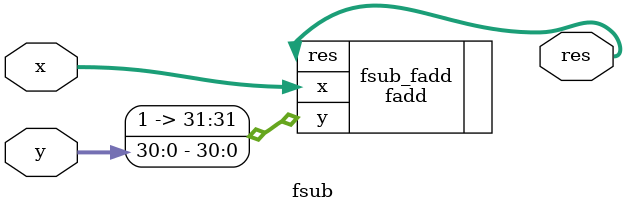
<source format=sv>
`default_nettype none

module fsub
    (
        input wire [31:0] x,
        input wire [31:0] y,
        output wire [31:0] res
    );

    fadd fsub_fadd(
        .x(x),
        .y({1'b1,y[30:0]}),
        .res(res)
    );

endmodule

`default_nettype wire
</source>
